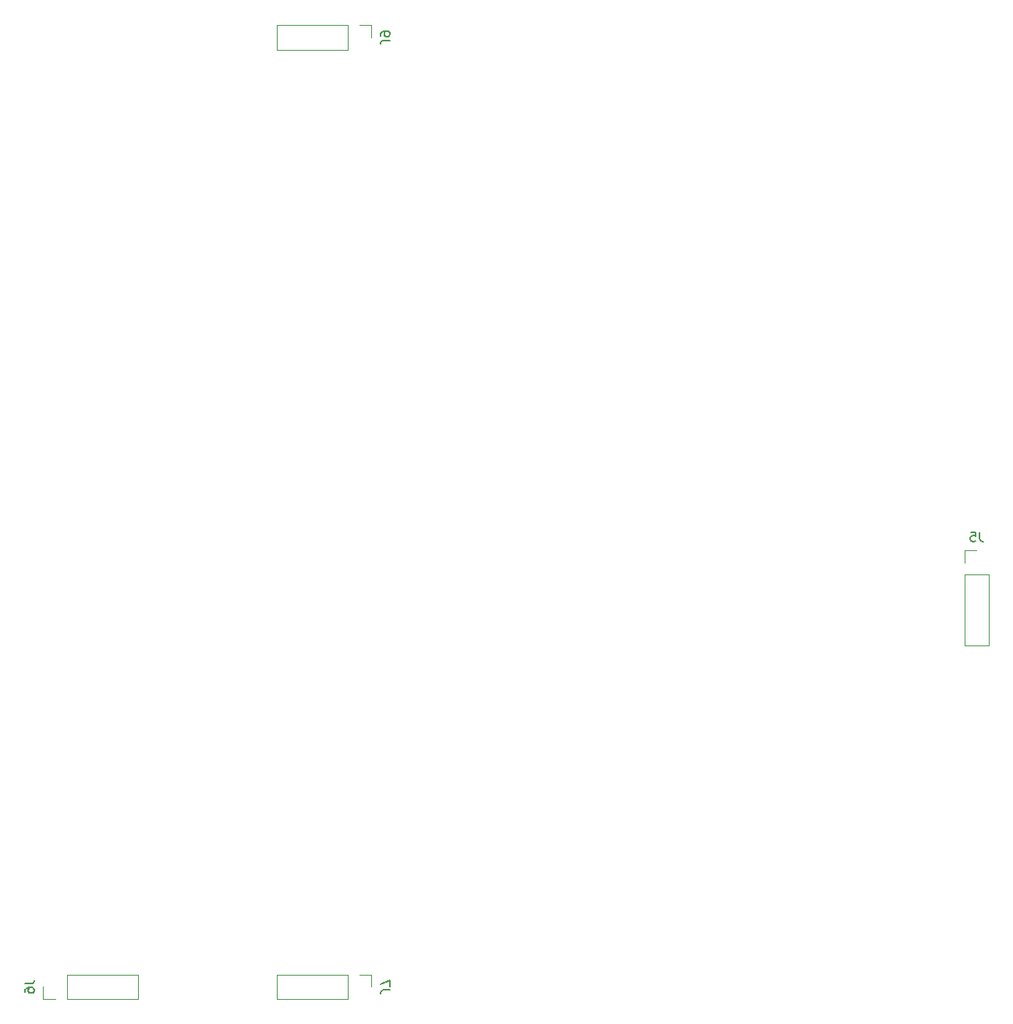
<source format=gbr>
%TF.GenerationSoftware,KiCad,Pcbnew,(5.1.10-1-10_14)*%
%TF.CreationDate,2022-02-21T21:09:16+11:00*%
%TF.ProjectId,FSK,46534b2e-6b69-4636-9164-5f7063625858,rev?*%
%TF.SameCoordinates,Original*%
%TF.FileFunction,Legend,Bot*%
%TF.FilePolarity,Positive*%
%FSLAX46Y46*%
G04 Gerber Fmt 4.6, Leading zero omitted, Abs format (unit mm)*
G04 Created by KiCad (PCBNEW (5.1.10-1-10_14)) date 2022-02-21 21:09:16*
%MOMM*%
%LPD*%
G01*
G04 APERTURE LIST*
%ADD10C,0.120000*%
%ADD11C,0.150000*%
G04 APERTURE END LIST*
D10*
%TO.C,J5*%
X151345000Y-83270000D02*
X148685000Y-83270000D01*
X151345000Y-83270000D02*
X151345000Y-90950000D01*
X151345000Y-90950000D02*
X148685000Y-90950000D01*
X148685000Y-83270000D02*
X148685000Y-90950000D01*
X148685000Y-80670000D02*
X148685000Y-82000000D01*
X150015000Y-80670000D02*
X148685000Y-80670000D01*
%TO.C,J9*%
X84330000Y-25000000D02*
X84330000Y-23670000D01*
X84330000Y-23670000D02*
X83000000Y-23670000D01*
X81730000Y-23670000D02*
X74050000Y-23670000D01*
X74050000Y-26330000D02*
X74050000Y-23670000D01*
X81730000Y-26330000D02*
X74050000Y-26330000D01*
X81730000Y-26330000D02*
X81730000Y-23670000D01*
%TO.C,J7*%
X84330000Y-128000000D02*
X84330000Y-126670000D01*
X84330000Y-126670000D02*
X83000000Y-126670000D01*
X81730000Y-126670000D02*
X74050000Y-126670000D01*
X74050000Y-129330000D02*
X74050000Y-126670000D01*
X81730000Y-129330000D02*
X74050000Y-129330000D01*
X81730000Y-129330000D02*
X81730000Y-126670000D01*
%TO.C,J6*%
X48670000Y-128000000D02*
X48670000Y-129330000D01*
X48670000Y-129330000D02*
X50000000Y-129330000D01*
X51270000Y-129330000D02*
X58950000Y-129330000D01*
X58950000Y-126670000D02*
X58950000Y-129330000D01*
X51270000Y-126670000D02*
X58950000Y-126670000D01*
X51270000Y-126670000D02*
X51270000Y-129330000D01*
%TO.C,J5*%
D11*
X150348333Y-78682380D02*
X150348333Y-79396666D01*
X150395952Y-79539523D01*
X150491190Y-79634761D01*
X150634047Y-79682380D01*
X150729285Y-79682380D01*
X149395952Y-78682380D02*
X149872142Y-78682380D01*
X149919761Y-79158571D01*
X149872142Y-79110952D01*
X149776904Y-79063333D01*
X149538809Y-79063333D01*
X149443571Y-79110952D01*
X149395952Y-79158571D01*
X149348333Y-79253809D01*
X149348333Y-79491904D01*
X149395952Y-79587142D01*
X149443571Y-79634761D01*
X149538809Y-79682380D01*
X149776904Y-79682380D01*
X149872142Y-79634761D01*
X149919761Y-79587142D01*
%TO.C,J9*%
X86317619Y-25333333D02*
X85603333Y-25333333D01*
X85460476Y-25380952D01*
X85365238Y-25476190D01*
X85317619Y-25619047D01*
X85317619Y-25714285D01*
X85317619Y-24809523D02*
X85317619Y-24619047D01*
X85365238Y-24523809D01*
X85412857Y-24476190D01*
X85555714Y-24380952D01*
X85746190Y-24333333D01*
X86127142Y-24333333D01*
X86222380Y-24380952D01*
X86270000Y-24428571D01*
X86317619Y-24523809D01*
X86317619Y-24714285D01*
X86270000Y-24809523D01*
X86222380Y-24857142D01*
X86127142Y-24904761D01*
X85889047Y-24904761D01*
X85793809Y-24857142D01*
X85746190Y-24809523D01*
X85698571Y-24714285D01*
X85698571Y-24523809D01*
X85746190Y-24428571D01*
X85793809Y-24380952D01*
X85889047Y-24333333D01*
%TO.C,J7*%
X86317619Y-128333333D02*
X85603333Y-128333333D01*
X85460476Y-128380952D01*
X85365238Y-128476190D01*
X85317619Y-128619047D01*
X85317619Y-128714285D01*
X86317619Y-127952380D02*
X86317619Y-127285714D01*
X85317619Y-127714285D01*
%TO.C,J6*%
X46682380Y-127666666D02*
X47396666Y-127666666D01*
X47539523Y-127619047D01*
X47634761Y-127523809D01*
X47682380Y-127380952D01*
X47682380Y-127285714D01*
X46682380Y-128571428D02*
X46682380Y-128380952D01*
X46730000Y-128285714D01*
X46777619Y-128238095D01*
X46920476Y-128142857D01*
X47110952Y-128095238D01*
X47491904Y-128095238D01*
X47587142Y-128142857D01*
X47634761Y-128190476D01*
X47682380Y-128285714D01*
X47682380Y-128476190D01*
X47634761Y-128571428D01*
X47587142Y-128619047D01*
X47491904Y-128666666D01*
X47253809Y-128666666D01*
X47158571Y-128619047D01*
X47110952Y-128571428D01*
X47063333Y-128476190D01*
X47063333Y-128285714D01*
X47110952Y-128190476D01*
X47158571Y-128142857D01*
X47253809Y-128095238D01*
%TD*%
M02*

</source>
